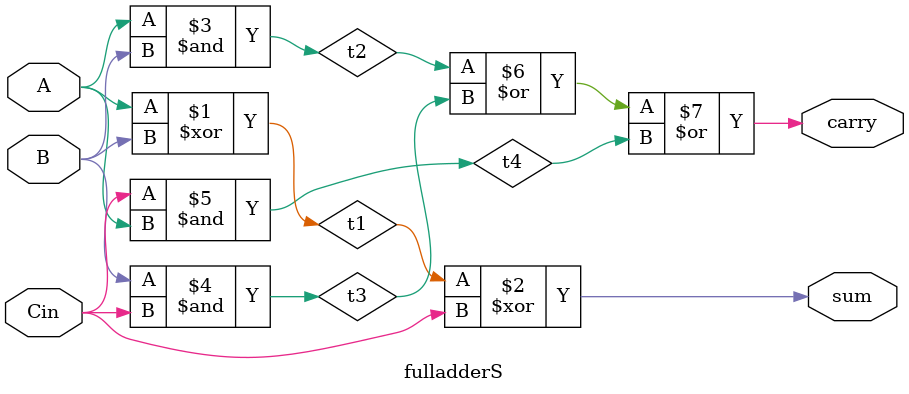
<source format=v>
`timescale 1ns / 1ps
module fulladderS(sum,carry,A,B,Cin
    );
input A,B,Cin;
output sum,carry;
wire t1,t2,t3,t4;
xor g1(t1,A,B);
xor g2(sum,t1,Cin);
and g3(t2,A,B);
and g4(t3,B,Cin);
and g5(t4,Cin,A);
or g6(carry,t2,t3,t4);

endmodule

</source>
